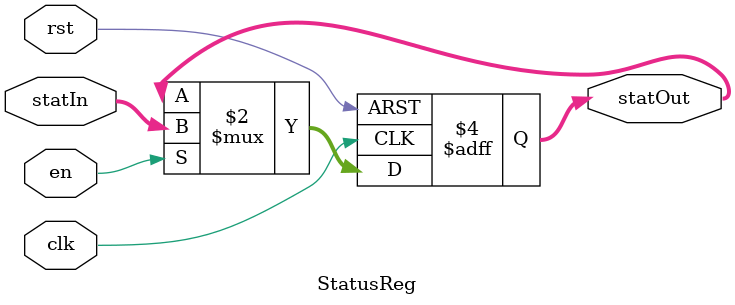
<source format=v>

module StatusReg(input clk, rst, en, 
                input [3:0] statIn, 
                output reg [3:0] statOut);
    always @(negedge clk or posedge rst) 
    begin
        if(rst) 
            statOut <= 4'b0;
        else if(en) 
            statOut <= statIn;
    end

endmodule
</source>
